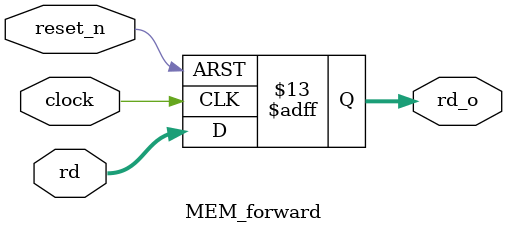
<source format=v>
/**
 * Title      : Generated from com.synflow.risc.mem_stage.MEM_forward by Synflow Studio
 * Project    : RISCV
 *
 * File       : MEM_forward.vhd
 * Author     : Matthieu
 * Standard   : Verilog-2001
 *
 **
 * Copyright (c) 2013
 **
 *
 */

module MEM_forward(input clock, input reset_n, input [4 : 0] rd, output reg [4 : 0] rd_o);


  /**
   * State variables
   */


  /**
   * Behavior
   */
  // Task MEM_forward_0 (line 16)
  task MEM_forward_0(input [4 : 0] rd_in);
    reg [4 : 0] local_rd;
    reg [4 : 0] rd_o_out;
  begin
    local_rd = rd_in;
    rd_o_out = local_rd;
    rd_o <= rd_o_out;
  end
  endtask
  

  /**
   * Synchronous process
   */
  always @(negedge reset_n or posedge clock) begin // body of MEM_forward
    if (~reset_n) begin
      rd_o <= 0;
    end else begin
      //
      if (1) begin
        // Body of MEM_forward_0 (line 16)
        MEM_forward_0(rd);
      end
    end
  end

endmodule //MEM_forward

</source>
